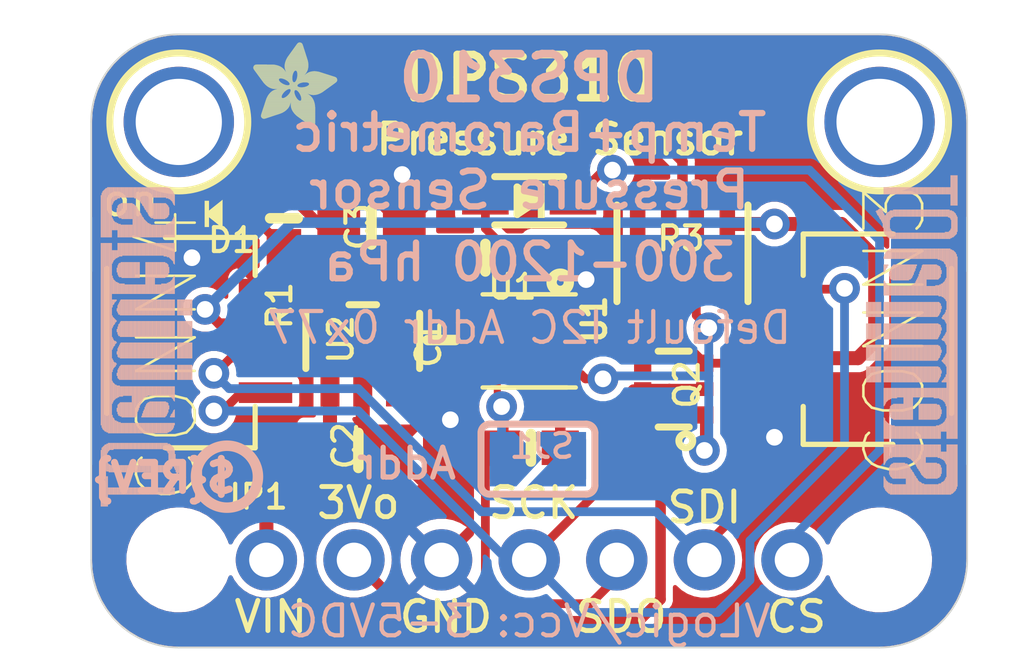
<source format=kicad_pcb>
(kicad_pcb (version 20221018) (generator pcbnew)
  (layers (0 "F.Cu" signal) (31 "B.Cu" signal) (34 "B.Paste" user) (35 "F.Paste" user) (36 "B.SilkS" user "B.Silkscreen") (37 "F.SilkS" user "F.Silkscreen") (38 "B.Mask" user) (39 "F.Mask" user) (44 "Edge.Cuts" user))
  (net 0 "")
  (net 1 "GND")
  (net 2 "3.3V")
  (net 3 "VCC")
  (net 4 "N$1")
  (net 5 "SDI_3V")
  (net 6 "SCK_3V")
  (net 7 "CS_3V")
  (net 8 "SDO/ADR")
  (net 9 "SDI/SDA")
  (net 10 "SCK/SCL")
  (net 11 "CS")
  (footprint "working:SOT363" (layer "F.Cu") (at 152.6921 106.4006 90)
    (fp_text reference "Q2" (at -0.635 0.381 90) (layer "F.SilkS") (effects (font (size 0.692831 0.692831) (thickness 0.119969)) (justify left)))
    (fp_text value "BSS138")
    (pad "1" smd rect (at -0.75 0.9 90) (size 0.5 0.5) (layers "F.Cu" "F.Paste" "F.Mask") (net 6 "SCK_3V"))
    (pad "2" smd rect (at 0 0.9 90) (size 0.4 0.5) (layers "F.Cu" "F.Paste" "F.Mask") (net 2 "3.3V"))
    (pad "3" smd rect (at 0.75 0.9 90) (size 0.5 0.5) (layers "F.Cu" "F.Paste" "F.Mask") (net 9 "SDI/SDA"))
    (pad "4" smd rect (at 0.75 -0.9 90) (size 0.5 0.5) (layers "F.Cu" "F.Paste" "F.Mask") (net 5 "SDI_3V"))
    (pad "5" smd rect (at 0 -0.9 90) (size 0.4 0.5) (layers "F.Cu" "F.Paste" "F.Mask") (net 2 "3.3V"))
    (pad "6" smd rect (at -0.75 -0.9 90) (size 0.5 0.5) (layers "F.Cu" "F.Paste" "F.Mask") (net 10 "SCK/SCL"))
  )
  (footprint "working:SOT23-5" (layer "F.Cu") (at 143.6751 105.0036)
    (fp_text reference "U2" (at -0.635 -0.816 90) (layer "F.SilkS") (effects (font (size 0.692831 0.692831) (thickness 0.119969)) (justify right)))
    (fp_text value "AP2112K-3.3")
    (pad "1" smd rect (at -0.95 1.3001) (size 0.55 1.2) (layers "F.Cu" "F.Paste" "F.Mask") (net 3 "VCC"))
    (pad "2" smd rect (at 0 1.3001) (size 0.55 1.2) (layers "F.Cu" "F.Paste" "F.Mask") (net 1 "GND"))
    (pad "3" smd rect (at 0.95 1.3001) (size 0.55 1.2) (layers "F.Cu" "F.Paste" "F.Mask") (net 3 "VCC"))
    (pad "4" smd rect (at 0.95 -1.3001) (size 0.55 1.2) (layers "F.Cu" "F.Paste" "F.Mask"))
    (pad "5" smd rect (at -0.95 -1.3001) (size 0.55 1.2) (layers "F.Cu" "F.Paste" "F.Mask") (net 2 "3.3V"))
  )
  (footprint "working:0603-NO" (layer "F.Cu") (at 141.3891 101.4476 -90)
    (fp_text reference "R1" (at 1.778 0.127 90) (layer "F.SilkS") (effects (font (size 0.692831 0.692831) (thickness 0.119969)) (justify right)))
    (fp_text value "10K")
    (pad "1" smd rect (at -0.85 0 270) (size 1.075 1) (layers "F.Cu" "F.Paste" "F.Mask") (net 2 "3.3V"))
    (pad "2" smd rect (at 0.85 0 270) (size 1.075 1) (layers "F.Cu" "F.Paste" "F.Mask") (net 4 "N$1"))
  )
  (footprint "" (layer "F.Cu") (at 158.6611 111.3536)
    (fp_text reference "@HOLE1" hide)
    (fp_text value "" (at 0 0) (layer "F.SilkS") (effects (font (size 1.27 1.27))))
    (pad "" np_thru_hole circle (at 0 0) (size 2.54 2.54) (drill 2.54) (layers "*.Cu" "*.Mask"))
  )
  (footprint "working:0805-NO" (layer "F.Cu") (at 143.5481 108.1786)
    (fp_text reference "C2" (at -0.381 -0.889 90) (layer "F.SilkS") (effects (font (size 0.692831 0.692831) (thickness 0.119969)) (justify right)))
    (fp_text value "10uF")
    (pad "1" smd rect (at -0.95 0) (size 1.24 1.5) (layers "F.Cu" "F.Paste" "F.Mask") (net 3 "VCC"))
    (pad "2" smd rect (at 0.95 0) (size 1.24 1.5) (layers "F.Cu" "F.Paste" "F.Mask") (net 1 "GND"))
  )
  (footprint "working:FIDUCIAL_1MM" (layer "F.Cu") (at 155.4861 97.5995)
    (fp_text reference "FID4" hide)
    (fp_text value "FIDUCIAL_1MM" hide)
    (pad "1" smd roundrect (at 0 0) (size 1 1) (layers "F.Cu" "F.Mask") (roundrect_rratio 0.5))
  )
  (footprint "working:JST_SH4" (layer "F.Cu") (at 138.3411 105.0036 -90)
    (fp_text reference "CONN4" (at -3.965 0.323 90) (layer "F.SilkS") (effects (font (size 1.703222 1.703222) (thickness 0.074778)) (justify right)))
    (fp_text value "STEMMA_I2C_QT" hide)
    (pad "1" smd rect (at -1.5 -2.514) (size 1.55 0.6) (layers "F.Cu" "F.Paste" "F.Mask") (net 1 "GND"))
    (pad "2" smd rect (at -0.5 -2.514) (size 1.55 0.6) (layers "F.Cu" "F.Paste" "F.Mask") (net 3 "VCC"))
    (pad "3" smd rect (at 0.5 -2.514) (size 1.55 0.6) (layers "F.Cu" "F.Paste" "F.Mask") (net 9 "SDI/SDA"))
    (pad "4" smd rect (at 1.5 -2.514) (size 1.55 0.6) (layers "F.Cu" "F.Paste" "F.Mask") (net 10 "SCK/SCL"))
    (pad "MT1" smd rect (at -2.8 1.386) (size 1.8 1.2) (layers "F.Cu" "F.Paste" "F.Mask"))
    (pad "MT2" smd rect (at 2.8 1.386) (size 1.8 1.2) (layers "F.Cu" "F.Paste" "F.Mask"))
  )
  (footprint "working:1X07_ROUND_70" (layer "F.Cu") (at 148.5011 111.3536)
    (fp_text reference "JP1" (at -8.9662 -1.8288) (layer "F.SilkS") (effects (font (size 0.692831 0.692831) (thickness 0.119969)) (justify left)))
    (fp_text value "")
    (pad "1" thru_hole circle (at -7.62 0 90) (size 1.778 1.778) (drill 1) (layers "*.Cu" "*.Mask") (net 3 "VCC"))
    (pad "2" thru_hole circle (at -5.08 0 90) (size 1.778 1.778) (drill 1) (layers "*.Cu" "*.Mask") (net 2 "3.3V"))
    (pad "3" thru_hole circle (at -2.54 0 90) (size 1.778 1.778) (drill 1) (layers "*.Cu" "*.Mask") (net 1 "GND"))
    (pad "4" thru_hole circle (at 0 0 90) (size 1.778 1.778) (drill 1) (layers "*.Cu" "*.Mask") (net 10 "SCK/SCL"))
    (pad "5" thru_hole circle (at 2.54 0 90) (size 1.778 1.778) (drill 1) (layers "*.Cu" "*.Mask") (net 8 "SDO/ADR"))
    (pad "6" thru_hole circle (at 5.08 0 90) (size 1.778 1.778) (drill 1) (layers "*.Cu" "*.Mask") (net 9 "SDI/SDA"))
    (pad "7" thru_hole circle (at 7.62 0 90) (size 1.778 1.778) (drill 1) (layers "*.Cu" "*.Mask") (net 11 "CS"))
  )
  (footprint "" (layer "F.Cu") (at 138.3411 111.3536)
    (fp_text reference "@HOLE0" hide)
    (fp_text value "" (at 0 0) (layer "F.SilkS") (effects (font (size 1.27 1.27))))
    (pad "" np_thru_hole circle (at 0 0) (size 2.54 2.54) (drill 2.54) (layers "*.Cu" "*.Mask"))
  )
  (footprint "working:BMX280_COMBO" (layer "F.Cu") (at 148.5011 105.0036)
    (fp_text reference "U1" (at -1.26 -1.568) (layer "F.SilkS") (effects (font (size 0.692831 0.692831) (thickness 0.119969)) (justify left)))
    (fp_text value "")
    (fp_text user "${REFERENCE}" (at 1.498 -1.39 90) (layer "F.SilkS") (effects (font (size 0.666496 0.666496) (thickness 0.146304)) (justify right top)))
    (pad "1" smd rect (at 0.925 -0.975) (size 0.725 0.35) (layers "F.Cu" "F.Paste" "F.Mask") (net 1 "GND"))
    (pad "2" smd rect (at 0.925 -0.325) (size 0.725 0.35) (layers "F.Cu" "F.Paste" "F.Mask") (net 7 "CS_3V"))
    (pad "3" smd rect (at 0.925 0.325) (size 0.725 0.35) (layers "F.Cu" "F.Paste" "F.Mask") (net 5 "SDI_3V"))
    (pad "4" smd rect (at 0.925 0.975) (size 0.725 0.35) (layers "F.Cu" "F.Paste" "F.Mask") (net 6 "SCK_3V"))
    (pad "5" smd rect (at -0.925 0.975) (size 0.725 0.35) (layers "F.Cu" "F.Paste" "F.Mask") (net 8 "SDO/ADR"))
    (pad "6" smd rect (at -0.925 0.325) (size 0.725 0.35) (layers "F.Cu" "F.Paste" "F.Mask") (net 2 "3.3V"))
    (pad "7" smd rect (at -0.925 -0.325) (size 0.725 0.35) (layers "F.Cu" "F.Paste" "F.Mask") (net 1 "GND"))
    (pad "8" smd rect (at -0.925 -0.975) (size 0.725 0.35) (layers "F.Cu" "F.Paste" "F.Mask") (net 2 "3.3V"))
  )
  (footprint "working:0603-NO" (layer "F.Cu") (at 145.9611 104.9782 -90)
    (fp_text reference "C1" (at -0.635 0.381 90) (layer "F.SilkS") (effects (font (size 0.692831 0.692831) (thickness 0.119969)) (justify right)))
    (fp_text value "0.1uF")
    (pad "1" smd rect (at -0.85 0 270) (size 1.075 1) (layers "F.Cu" "F.Paste" "F.Mask") (net 2 "3.3V"))
    (pad "2" smd rect (at 0.85 0 270) (size 1.075 1) (layers "F.Cu" "F.Paste" "F.Mask") (net 1 "GND"))
  )
  (footprint "working:0603-NO" (layer "F.Cu") (at 148.5519 108.1024)
    (fp_text reference "R4" hide)
    (fp_text value "10K")
    (pad "1" smd rect (at -0.85 0) (size 1.075 1) (layers "F.Cu" "F.Paste" "F.Mask") (net 8 "SDO/ADR"))
    (pad "2" smd rect (at 0.85 0) (size 1.075 1) (layers "F.Cu" "F.Paste" "F.Mask") (net 2 "3.3V"))
  )
  (footprint "working:JST_SH4" (layer "F.Cu") (at 158.6611 105.0036 90)
    (fp_text reference "CONN3" (at -4.092 0.45 90) (layer "F.SilkS") (effects (font (size 1.703222 1.703222) (thickness 0.074778)) (justify left)))
    (fp_text value "STEMMA_I2C_QT" hide)
    (pad "1" smd rect (at -1.5 -2.514 180) (size 1.55 0.6) (layers "F.Cu" "F.Paste" "F.Mask") (net 1 "GND"))
    (pad "2" smd rect (at -0.5 -2.514 180) (size 1.55 0.6) (layers "F.Cu" "F.Paste" "F.Mask") (net 3 "VCC"))
    (pad "3" smd rect (at 0.5 -2.514 180) (size 1.55 0.6) (layers "F.Cu" "F.Paste" "F.Mask") (net 9 "SDI/SDA"))
    (pad "4" smd rect (at 1.5 -2.514 180) (size 1.55 0.6) (layers "F.Cu" "F.Paste" "F.Mask") (net 10 "SCK/SCL"))
    (pad "MT1" smd rect (at -2.8 1.386 180) (size 1.8 1.2) (layers "F.Cu" "F.Paste" "F.Mask"))
    (pad "MT2" smd rect (at 2.8 1.386 180) (size 1.8 1.2) (layers "F.Cu" "F.Paste" "F.Mask"))
  )
  (footprint "working:CHIPLED_0603_NOOUTLINE" (layer "F.Cu") (at 139.3571 101.3206 90)
    (fp_text reference "D1" (at -0.762 1.27) (layer "F.SilkS") (effects (font (size 0.692831 0.692831) (thickness 0.119969)) (justify right)))
    (fp_text value "GREEN")
    (pad "A" smd rect (at 0 0.75 90) (size 0.8 0.8) (layers "F.Cu" "F.Paste" "F.Mask") (net 4 "N$1"))
    (pad "C" smd rect (at 0 -0.75 90) (size 0.8 0.8) (layers "F.Cu" "F.Paste" "F.Mask") (net 1 "GND"))
  )
  (footprint "working:FIDUCIAL_1MM" (layer "F.Cu") (at 136.8171 109.5121)
    (fp_text reference "FID3" hide)
    (fp_text value "FIDUCIAL_1MM" hide)
    (pad "1" smd roundrect (at 0 0) (size 1 1) (layers "F.Cu" "F.Mask") (roundrect_rratio 0.5))
  )
  (footprint "working:0805-NO" (layer "F.Cu") (at 143.9291 101.7016)
    (fp_text reference "C3" (at -0.381 -0.762 90) (layer "F.SilkS") (effects (font (size 0.692831 0.692831) (thickness 0.119969)) (justify right)))
    (fp_text value "10uF")
    (pad "1" smd rect (at -0.95 0) (size 1.24 1.5) (layers "F.Cu" "F.Paste" "F.Mask") (net 2 "3.3V"))
    (pad "2" smd rect (at 0.95 0) (size 1.24 1.5) (layers "F.Cu" "F.Paste" "F.Mask") (net 1 "GND"))
  )
  (footprint "working:SOD-323" (layer "F.Cu") (at 148.5011 100.9396 180)
    (fp_text reference "D2" hide)
    (fp_text value "1N4148")
    (pad "A" smd rect (at 1.27 0 180) (size 1.35 0.8) (layers "F.Cu" "F.Paste" "F.Mask") (net 7 "CS_3V"))
    (pad "C" smd rect (at -1.27 0 180) (size 1.35 0.8) (layers "F.Cu" "F.Paste" "F.Mask") (net 11 "CS"))
  )
  (footprint "working:MOUNTINGHOLE_2.5_PLATED" (layer "F.Cu") (at 138.3411 98.6536)
    (fp_text reference "U$1" hide)
    (fp_text value "MOUNTINGHOLE2.5" hide)
    (pad "P$1" thru_hole circle (at 0 0) (size 3.2 3.2) (drill 2.5) (layers "*.Cu" "*.Mask"))
    (zone (net 0) (net_name "") (layer "F.Cu") (connect_pads (clearance 0)) (min_thickness 0.25)
      (keepout (tracks not_allowed) (vias not_allowed) (pads not_allowed) (copperpour not_allowed) (footprints allowed))
      (fill (thermal_gap 0.5) (thermal_bridge_width 0.5))
      (polygon (pts (xy 140.3571 98.6536) (xy 140.33748 98.373027) (xy 140.279004 98.097915) (xy 140.182808 97.833619) (xy 140.050765 97.585283) (xy 139.885446 97.35774) (xy 139.690067 97.15542) (xy 139.468433 96.98226) (xy 139.224856 96.841631) (xy 138.964078 96.73627) (xy 138.691175 96.668228) (xy 138.411457 96.638828) (xy 138.130371 96.648644) (xy 137.853385 96.697484) (xy 137.585893 96.784397) (xy 137.3331 96.907693) (xy 137.099926 97.06497) (xy 136.890911 97.253169) (xy 136.710122 97.468625) (xy 136.561078 97.707145) (xy 136.44668 97.964087) (xy 136.369154 98.23445) (xy 136.330011 98.512971) (xy 136.330011 98.794229) (xy 136.369154 99.07275) (xy 136.44668 99.343113) (xy 136.561078 99.600055) (xy 136.710122 99.838575) (xy 136.890911 100.054031) (xy 137.099926 100.24223) (xy 137.3331 100.399507) (xy 137.585893 100.522803) (xy 137.853385 100.609716) (xy 138.130371 100.658556) (xy 138.411457 100.668372) (xy 138.691175 100.638972) (xy 138.964078 100.57093) (xy 139.224856 100.465569) (xy 139.468433 100.32494) (xy 139.690067 100.15178) (xy 139.885446 99.94946) (xy 140.050765 99.721917) (xy 140.182808 99.473581) (xy 140.279004 99.209285) (xy 140.33748 98.934173)))
      (polygon (pts (xy 138.3251 98.6536) (xy 138.329786 98.664914) (xy 138.3411 98.6696) (xy 138.352414 98.664914) (xy 138.3571 98.6536) (xy 138.352414 98.642286) (xy 138.3411 98.6376) (xy 138.329786 98.642286)))
    )
    (zone (net 0) (net_name "") (layer "B.Cu") (connect_pads (clearance 0)) (min_thickness 0.25)
      (keepout (tracks not_allowed) (vias not_allowed) (pads not_allowed) (copperpour not_allowed) (footprints allowed))
      (fill (thermal_gap 0.5) (thermal_bridge_width 0.5))
      (polygon (pts (xy 140.3571 98.6536) (xy 140.33748 98.373027) (xy 140.279004 98.097915) (xy 140.182808 97.833619) (xy 140.050765 97.585283) (xy 139.885446 97.35774) (xy 139.690067 97.15542) (xy 139.468433 96.98226) (xy 139.224856 96.841631) (xy 138.964078 96.73627) (xy 138.691175 96.668228) (xy 138.411457 96.638828) (xy 138.130371 96.648644) (xy 137.853385 96.697484) (xy 137.585893 96.784397) (xy 137.3331 96.907693) (xy 137.099926 97.06497) (xy 136.890911 97.253169) (xy 136.710122 97.468625) (xy 136.561078 97.707145) (xy 136.44668 97.964087) (xy 136.369154 98.23445) (xy 136.330011 98.512971) (xy 136.330011 98.794229) (xy 136.369154 99.07275) (xy 136.44668 99.343113) (xy 136.561078 99.600055) (xy 136.710122 99.838575) (xy 136.890911 100.054031) (xy 137.099926 100.24223) (xy 137.3331 100.399507) (xy 137.585893 100.522803) (xy 137.853385 100.609716) (xy 138.130371 100.658556) (xy 138.411457 100.668372) (xy 138.691175 100.638972) (xy 138.964078 100.57093) (xy 139.224856 100.465569) (xy 139.468433 100.32494) (xy 139.690067 100.15178) (xy 139.885446 99.94946) (xy 140.050765 99.721917) (xy 140.182808 99.473581) (xy 140.279004 99.209285) (xy 140.33748 98.934173)))
      (polygon (pts (xy 138.3251 98.6536) (xy 138.329786 98.664914) (xy 138.3411 98.6696) (xy 138.352414 98.664914) (xy 138.3571 98.6536) (xy 138.352414 98.642286) (xy 138.3411 98.6376) (xy 138.329786 98.642286)))
    )
  )
  (footprint "working:0603-NO" (layer "F.Cu") (at 147.2311 102.5906 180)
    (fp_text reference "R5" hide)
    (fp_text value "10K")
    (pad "1" smd rect (at -0.85 0 180) (size 1.075 1) (layers "F.Cu" "F.Paste" "F.Mask") (net 7 "CS_3V"))
    (pad "2" smd rect (at 0.85 0 180) (size 1.075 1) (layers "F.Cu" "F.Paste" "F.Mask") (net 2 "3.3V"))
  )
  (footprint "working:MOUNTINGHOLE_2.5_PLATED" (layer "F.Cu") (at 158.6611 98.6536)
    (fp_text reference "U$17" hide)
    (fp_text value "MOUNTINGHOLE2.5" hide)
    (pad "P$1" thru_hole circle (at 0 0) (size 3.2 3.2) (drill 2.5) (layers "*.Cu" "*.Mask"))
    (zone (net 0) (net_name "") (layer "F.Cu") (connect_pads (clearance 0)) (min_thickness 0.25)
      (keepout (tracks not_allowed) (vias not_allowed) (pads not_allowed) (copperpour not_allowed) (footprints allowed))
      (fill (thermal_gap 0.5) (thermal_bridge_width 0.5))
      (polygon (pts (xy 160.6771 98.6536) (xy 160.65748 98.373027) (xy 160.599004 98.097915) (xy 160.502808 97.833619) (xy 160.370765 97.585283) (xy 160.205446 97.35774) (xy 160.010067 97.15542) (xy 159.788433 96.98226) (xy 159.544856 96.841631) (xy 159.284078 96.73627) (xy 159.011175 96.668228) (xy 158.731457 96.638828) (xy 158.450371 96.648644) (xy 158.173385 96.697484) (xy 157.905893 96.784397) (xy 157.6531 96.907693) (xy 157.419926 97.06497) (xy 157.210911 97.253169) (xy 157.030122 97.468625) (xy 156.881078 97.707145) (xy 156.76668 97.964087) (xy 156.689154 98.23445) (xy 156.650011 98.512971) (xy 156.650011 98.794229) (xy 156.689154 99.07275) (xy 156.76668 99.343113) (xy 156.881078 99.600055) (xy 157.030122 99.838575) (xy 157.210911 100.054031) (xy 157.419926 100.24223) (xy 157.6531 100.399507) (xy 157.905893 100.522803) (xy 158.173385 100.609716) (xy 158.450371 100.658556) (xy 158.731457 100.668372) (xy 159.011175 100.638972) (xy 159.284078 100.57093) (xy 159.544856 100.465569) (xy 159.788433 100.32494) (xy 160.010067 100.15178) (xy 160.205446 99.94946) (xy 160.370765 99.721917) (xy 160.502808 99.473581) (xy 160.599004 99.209285) (xy 160.65748 98.934173)))
      (polygon (pts (xy 158.6451 98.6536) (xy 158.649786 98.664914) (xy 158.6611 98.6696) (xy 158.672414 98.664914) (xy 158.6771 98.6536) (xy 158.672414 98.642286) (xy 158.6611 98.6376) (xy 158.649786 98.642286)))
    )
    (zone (net 0) (net_name "") (layer "B.Cu") (connect_pads (clearance 0)) (min_thickness 0.25)
      (keepout (tracks not_allowed) (vias not_allowed) (pads not_allowed) (copperpour not_allowed) (footprints allowed))
      (fill (thermal_gap 0.5) (thermal_bridge_width 0.5))
      (polygon (pts (xy 160.6771 98.6536) (xy 160.65748 98.373027) (xy 160.599004 98.097915) (xy 160.502808 97.833619) (xy 160.370765 97.585283) (xy 160.205446 97.35774) (xy 160.010067 97.15542) (xy 159.788433 96.98226) (xy 159.544856 96.841631) (xy 159.284078 96.73627) (xy 159.011175 96.668228) (xy 158.731457 96.638828) (xy 158.450371 96.648644) (xy 158.173385 96.697484) (xy 157.905893 96.784397) (xy 157.6531 96.907693) (xy 157.419926 97.06497) (xy 157.210911 97.253169) (xy 157.030122 97.468625) (xy 156.881078 97.707145) (xy 156.76668 97.964087) (xy 156.689154 98.23445) (xy 156.650011 98.512971) (xy 156.650011 98.794229) (xy 156.689154 99.07275) (xy 156.76668 99.343113) (xy 156.881078 99.600055) (xy 157.030122 99.838575) (xy 157.210911 100.054031) (xy 157.419926 100.24223) (xy 157.6531 100.399507) (xy 157.905893 100.522803) (xy 158.173385 100.609716) (xy 158.450371 100.658556) (xy 158.731457 100.668372) (xy 159.011175 100.638972) (xy 159.284078 100.57093) (xy 159.544856 100.465569) (xy 159.788433 100.32494) (xy 160.010067 100.15178) (xy 160.205446 99.94946) (xy 160.370765 99.721917) (xy 160.502808 99.473581) (xy 160.599004 99.209285) (xy 160.65748 98.934173)))
      (polygon (pts (xy 158.6451 98.6536) (xy 158.649786 98.664914) (xy 158.6611 98.6696) (xy 158.672414 98.664914) (xy 158.6771 98.6536) (xy 158.672414 98.642286) (xy 158.6611 98.6376) (xy 158.649786 98.642286)))
    )
  )
  (footprint "working:ADAFRUIT_2.5MM" (layer "F.Cu") (at 140.5001 98.7806)
    (fp_text reference "U$4" hide)
    (fp_text value "" hide)
  )
  (footprint "working:RESPACK_4X0603" (layer "F.Cu") (at 152.9461 102.4636 180)
    (fp_text reference "R3" (at -0.711 0.432) (layer "F.SilkS") (effects (font (size 0.692831 0.692831) (thickness 0.119969)) (justify right)))
    (fp_text value "10K")
    (pad "1" smd rect (at -1.3 0.85 180) (size 0.45 0.9) (layers "F.Cu" "F.Paste" "F.Mask") (net 3 "VCC"))
    (pad "2" smd rect (at -0.4 0.85 180) (size 0.45 0.9) (layers "F.Cu" "F.Paste" "F.Mask") (net 2 "3.3V"))
    (pad "3" smd rect (at 0.4 0.85 180) (size 0.45 0.9) (layers "F.Cu" "F.Paste" "F.Mask") (net 3 "VCC"))
    (pad "4" smd rect (at 1.3 0.85 180) (size 0.45 0.9) (layers "F.Cu" "F.Paste" "F.Mask") (net 2 "3.3V"))
    (pad "5" smd rect (at 1.3 -0.85 180) (size 0.45 0.9) (layers "F.Cu" "F.Paste" "F.Mask") (net 5 "SDI_3V"))
    (pad "6" smd rect (at 0.4 -0.85 180) (size 0.45 0.9) (layers "F.Cu" "F.Paste" "F.Mask") (net 9 "SDI/SDA"))
    (pad "7" smd rect (at -0.4 -0.85 180) (size 0.45 0.9) (layers "F.Cu" "F.Paste" "F.Mask") (net 6 "SCK_3V"))
    (pad "8" smd rect (at -1.3 -0.85 180) (size 0.45 0.9) (layers "F.Cu" "F.Paste" "F.Mask") (net 10 "SCK/SCL"))
  )
  (footprint "working:SOLDERJUMPER_ARROW_NOPASTE" (layer "B.Cu") (at 148.7551 108.4326)
    (fp_text reference "SJ1" (at -0.889 -0.381) (layer "B.SilkS") (effects (font (size 0.692831 0.692831) (thickness 0.119969)) (justify right mirror)))
    (fp_text value "")
    (fp_poly (pts (xy 0.106121 -0.002663) (xy -0.679416 -0.7882) (xy -1.3946 -0.7882) (xy -1.3946 0.7882) (xy -0.62715 0.7882)) (fill solid) (layer "B.Cu"))
    (fp_poly (pts (xy 1.3946 -0.7882) (xy -0.315893 -0.7882) (xy 0.443148 0) (xy -0.315893 0.7882) (xy 1.3946 0.7882)) (fill solid) (layer "B.Cu"))
    (pad "1" smd roundrect (at -1.016 0) (size 0.762 1.524) (layers "B.Cu") (net 8 "SDO/ADR"))
    (pad "2" smd roundrect (at 1.016 0) (size 0.762 1.524) (layers "B.Cu") (net 1 "GND"))
  )
  (footprint "working:STEMMAQT" (layer "B.Cu") (at 138.7221 100.5586 -90)
    (fp_text reference "U$31" hide)
    (fp_text value "" hide)
  )
  (footprint "working:STEMMAQT" (layer "B.Cu") (at 158.2801 109.4486 90)
    (fp_text reference "U$30" hide)
    (fp_text value "" hide)
  )
  (footprint "working:PCBFEAT-REV-040" (layer "B.Cu") (at 139.7381 108.9406 180)
    (fp_text reference "U$25" hide)
    (fp_text value "" hide)
    (fp_text user "${REV}" (at -0.3556 -0.508) (layer "B.SilkS") (effects (font (size 0.8128 0.8128) (thickness 0.2032)) (justify left bottom mirror)))
  )
  (gr_arc (start 135.8011 98.6536) (mid 136.545049 96.857549) (end 138.3411 96.1136) (stroke (width 0.05)) (layer "Edge.Cuts"))
  (gr_arc (start 138.3411 113.8936) (mid 136.545049 113.149651) (end 135.8011 111.3536) (stroke (width 0.05)) (layer "Edge.Cuts"))
  (gr_line (start 158.6611 96.1136) (end 138.3411 96.1136) (stroke (width 0.05)) (layer "Edge.Cuts"))
  (gr_arc (start 158.6611 96.1136) (mid 160.457151 96.857549) (end 161.2011 98.6536) (stroke (width 0.05)) (layer "Edge.Cuts"))
  (gr_line (start 138.3411 113.8936) (end 158.6611 113.8936) (stroke (width 0.05)) (layer "Edge.Cuts"))
  (gr_line (start 161.2011 111.3536) (end 161.2011 98.6536) (stroke (width 0.05)) (layer "Edge.Cuts"))
  (gr_line (start 135.8011 98.6536) (end 135.8011 111.3536) (stroke (width 0.05)) (layer "Edge.Cuts"))
  (gr_arc (start 161.2011 111.3536) (mid 160.457151 113.149651) (end 158.6611 113.8936) (stroke (width 0.05)) (layer "Edge.Cuts"))
  (gr_text "VLogic/Vcc: 3-5VDC" (at 148.5011 113.1316) (layer "B.SilkS") (effects (font (size 0.89408 0.89408) (thickness 0.12192)) (justify mirror)))
  (gr_text "Addr" (at 144.9451 108.5596) (layer "B.SilkS") (effects (font (size 0.8636 0.8636) (thickness 0.1524)) (justify mirror)))
  (gr_text "Temp+Barometric\nPressure Sensor" (at 148.5011 99.7966) (layer "B.SilkS") (effects (font (size 1.03632 1.03632) (thickness 0.18288)) (justify mirror)))
  (gr_text "Default I2C Addr 0x77" (at 148.5011 104.6226) (layer "B.SilkS") (effects (font (size 0.89408 0.89408) (thickness 0.12192)) (justify mirror)))
  (gr_text "300-1200 hPa" (at 148.5011 102.7176) (layer "B.SilkS") (effects (font (size 1.03632 1.03632) (thickness 0.18288)) (justify mirror)))
  (gr_text "DPS310" (at 148.5011 97.3836) (layer "B.SilkS") (effects (font (size 1.2954 1.2954) (thickness 0.2286)) (justify mirror)))
  (gr_text "DPS310" (at 148.5011 97.3836) (layer "F.SilkS") (effects (font (size 1.25222 1.25222) (thickness 0.22098))))
  (gr_text "VIN" (at 141.0081 113.0046) (layer "F.SilkS") (effects (font (size 0.87376 0.87376) (thickness 0.14224))))
  (gr_text "3Vo" (at 143.5481 109.7026) (layer "F.SilkS") (effects (font (size 0.87376 0.87376) (thickness 0.14224))))
  (gr_text "Pressure Sensor" (at 149.3901 99.1616) (layer "F.SilkS") (effects (font (size 0.8636 0.8636) (thickness 0.1524))))
  (gr_text "SDI" (at 153.5811 109.8296) (layer "F.SilkS") (effects (font (size 0.87376 0.87376) (thickness 0.14224))))
  (gr_text "CS" (at 156.2481 113.0046) (layer "F.SilkS") (effects (font (size 0.87376 0.87376) (thickness 0.14224))))
  (gr_text "on" (at 136.0551 101.4476) (layer "F.SilkS") (effects (font (size 0.89408 0.89408) (thickness 0.12192)) (justify left bottom)))
  (gr_text "SDO" (at 151.1681 113.0046) (layer "F.SilkS") (effects (font (size 0.87376 0.87376) (thickness 0.14224))))
  (gr_text "SCK" (at 148.6281 109.7026) (layer "F.SilkS") (effects (font (size 0.87376 0.87376) (thickness 0.14224))))
  (gr_text "GND" (at 146.0881 113.0046) (layer "F.SilkS") (effects (font (size 0.87376 0.87376) (thickness 0.14224))))
  (segment (start 143.6751 106.3037) (end 143.6751 107.3556) (width 0.4064) (layer "F.Cu") (net 1))
  (segment (start 143.6751 107.3556) (end 144.4981 108.1786) (width 0.4064) (layer "F.Cu") (net 1))
  (via (at 146.2151 107.2896) (size 0.889) (drill 0.4826) (layers "F.Cu" "B.Cu") (net 1))
  (via (at 150.1521 103.2256) (size 0.889) (drill 0.4826) (layers "F.Cu" "B.Cu") (net 1))
  (via (at 144.8181 100.1776) (size 0.889) (drill 0.4826) (layers "F.Cu" "B.Cu") (net 1))
  (via (at 155.6131 107.7976) (size 0.889) (drill 0.4826) (layers "F.Cu" "B.Cu") (net 1))
  (via (at 138.7221 102.5906) (size 0.889) (drill 0.4826) (layers "F.Cu" "B.Cu") (net 1))
  (segment (start 146.3811 102.9326) (end 146.3811 102.5906) (width 0.4064) (layer "F.Cu") (net 2))
  (segment (start 142.7251 101.9556) (end 142.9791 101.7016) (width 0.4064) (layer "F.Cu") (net 2))
  (segment (start 151.7921 106.4006) (end 151.7747 106.418) (width 0.3048) (layer "F.Cu") (net 2))
  (segment (start 145.7071 104.1282) (end 145.9611 104.1282) (width 0.3048) (layer "F.Cu") (net 2))
  (segment (start 142.7251 103.7035) (end 143.6807 104.6591) (width 0.3048) (layer "F.Cu") (net 2))
  (segment (start 151.7921 106.4006) (end 152.5651 106.4006) (width 0.3048) (layer "F.Cu") (net 2))
  (segment (start 148.5011 105.6386) (end 148.5011 106.3126) (width 0.3048) (layer "F.Cu") (net 2))
  (segment (start 147.5761 104.0286) (end 146.0607 104.0286) (width 0.3048) (layer "F.Cu") (net 2))
  (segment (start 149.4019 107.2134) (end 148.5011 106.3126) (width 0.3048) (layer "F.Cu") (net 2))
  (segment (start 143.6807 104.6591) (end 145.1762 104.6591) (width 0.3048) (layer "F.Cu") (net 2))
  (segment (start 149.4019 108.1024) (end 149.4019 107.2134) (width 0.3048) (layer "F.Cu") (net 2))
  (segment (start 153.3461 101.0856) (end 152.9461 100.6856) (width 0.3048) (layer "F.Cu") (net 2))
  (segment (start 146.7231 105.0036) (end 146.7231 104.3686) (width 0.3048) (layer "F.Cu") (net 2))
  (segment (start 143.4211 111.3536) (end 145.1991 113.1316) (width 0.3048) (layer "F.Cu") (net 2))
  (segment (start 141.3891 100.5976) (end 142.4931 101.7016) (width 0.3048) (layer "F.Cu") (net 2))
  (segment (start 142.9131 98.3996) (end 151.5491 98.3996) (width 0.3048) (layer "F.Cu") (net 2))
  (segment (start 151.6761 113.1316) (end 152.3111 112.4966) (width 0.3048) (layer "F.Cu") (net 2))
  (segment (start 153.3461 101.6136) (end 153.3461 101.0856) (width 0.3048) (layer "F.Cu") (net 2))
  (segment (start 151.5491 98.3996) (end 152.9461 99.7966) (width 0.3048) (layer "F.Cu") (net 2))
  (segment (start 151.9301 100.6856) (end 151.6461 100.9696) (width 0.3048) (layer "F.Cu") (net 2))
  (segment (start 152.9461 100.6856) (end 151.9301 100.6856) (width 0.3048) (layer "F.Cu") (net 2))
  (segment (start 147.0481 105.3286) (end 147.5761 105.3286) (width 0.3048) (layer "F.Cu") (net 2))
  (segment (start 152.3111 109.0676) (end 152.5651 108.8136) (width 0.3048) (layer "F.Cu") (net 2))
  (segment (start 141.3891 99.9236) (end 142.9131 98.3996) (width 0.3048) (layer "F.Cu") (net 2))
  (segment (start 145.9611 104.1282) (end 145.9611 103.3526) (width 0.4064) (layer "F.Cu") (net 2))
  (segment (start 151.521806 106.418) (end 150.777206 107.1626) (width 0.3048) (layer "F.Cu") (net 2))
  (segment (start 152.3111 112.4966) (end 152.3111 109.0676) (width 0.3048) (layer "F.Cu") (net 2))
  (segment (start 142.4931 101.7016) (end 142.9791 101.7016) (width 0.3048) (layer "F.Cu") (net 2))
  (segment (start 151.6461 100.9696) (end 151.6461 101.6136) (width 0.3048) (layer "F.Cu") (net 2))
  (segment (start 146.0607 104.0286) (end 145.9611 104.1282) (width 0.3048) (layer "F.Cu") (net 2))
  (segment (start 152.5651 108.8136) (end 152.5651 106.4006) (width 0.3048) (layer "F.Cu") (net 2))
  (segment (start 146.7231 105.0036) (end 147.0481 105.3286) (width 0.3048) (layer "F.Cu") (net 2))
  (segment (start 152.5651 106.4006) (end 153.5921 106.4006) (width 0.3048) (layer "F.Cu") (net 2))
  (segment (start 141.3891 100.5976) (end 141.3891 99.9236) (width 0.3048) (layer "F.Cu") (net 2))
  (segment (start 148.1911 105.3286) (end 147.5761 105.3286) (width 0.3048) (layer "F.Cu") (net 2))
  (segment (start 145.9611 103.3526) (end 146.3811 102.9326) (width 0.4064) (layer "F.Cu") (net 2))
  (segment (start 152.9461 99.7966) (end 152.9461 100.6856) (width 0.3048) (layer "F.Cu") (net 2))
  (segment (start 148.5011 105.6386) (end 148.1911 105.3286) (width 0.3048) (layer "F.Cu") (net 2))
  (segment (start 151.7747 106.418) (end 151.521806 106.418) (width 0.3048) (layer "F.Cu") (net 2))
  (segment (start 145.7071 104.1282) (end 145.1762 104.6591) (width 0.3048) (layer "F.Cu") (net 2))
  (segment (start 146.4827 104.1282) (end 145.9611 104.1282) (width 0.3048) (layer "F.Cu") (net 2))
  (segment (start 146.7231 104.3686) (end 146.4827 104.1282) (width 0.3048) (layer "F.Cu") (net 2))
  (segment (start 149.4019 107.2134) (end 149.4527 107.1626) (width 0.3048) (layer "F.Cu") (net 2))
  (segment (start 145.1991 113.1316) (end 151.6761 113.1316) (width 0.3048) (layer "F.Cu") (net 2))
  (segment (start 142.7251 103.7035) (end 142.7251 101.9556) (width 0.4064) (layer "F.Cu") (net 2))
  (segment (start 149.4527 107.1626) (end 150.777206 107.1626) (width 0.3048) (layer "F.Cu") (net 2))
  (segment (start 140.8551 104.5036) (end 139.5175 104.5036) (width 0.3048) (layer "F.Cu") (net 3))
  (segment (start 142.7861 105.2576) (end 142.7251 105.3186) (width 0.4064) (layer "F.Cu") (net 3))
  (segment (start 144.6251 106.3037) (end 144.6251 105.4456) (width 0.4064) (layer "F.Cu") (net 3))
  (segment (start 154.2461 102.1796) (end 154.2461 101.6136) (width 0.3048) (layer "F.Cu") (net 3))
  (segment (start 144.4371 105.2576) (end 142.7861 105.2576) (width 0.4064) (layer "F.Cu") (net 3))
  (segment (start 140.8811 111.3536) (end 140.8811 109.8956) (width 0.4064) (layer "F.Cu") (net 3))
  (segment (start 142.7251 105.3186) (end 142.7251 106.3037) (width 0.4064) (layer "F.Cu") (net 3))
  (segment (start 158.5341 105.0036) (end 158.0341 105.5036) (width 0.4064) (layer "F.Cu") (net 3))
  (segment (start 157.5571 101.6136) (end 158.5341 102.5906) (width 0.4064) (layer "F.Cu") (net 3))
  (segment (start 140.8551 104.5036) (end 141.9101 104.5036) (width 0.4064) (layer "F.Cu") (net 3))
  (segment (start 153.9621 102.4636) (end 154.2461 102.1796) (width 0.3048) (layer "F.Cu") (net 3))
  (segment (start 139.5175 104.5036) (end 139.1031 104.0892) (width 0.3048) (layer "F.Cu") (net 3))
  (segment (start 158.0341 105.5036) (end 156.1471 105.5036) (width 0.4064) (layer "F.Cu") (net 3))
  (segment (start 142.7251 106.3037) (end 142.7251 108.0516) (width 0.4064) (layer "F.Cu") (net 3))
  (segment (start 141.9101 104.5036) (end 142.7251 105.3186) (width 0.4064) (layer "F.Cu") (net 3))
  (segment (start 140.8811 109.8956) (end 142.5981 108.1786) (width 0.4064) (layer "F.Cu") (net 3))
  (segment (start 142.7251 108.0516) (end 142.5981 108.1786) (width 0.4064) (layer "F.Cu") (net 3))
  (segment (start 154.2461 101.6136) (end 155.6131 101.6136) (width 0.4064) (layer "F.Cu") (net 3))
  (segment (start 152.5461 102.1906) (end 152.8191 102.4636) (width 0.3048) (layer "F.Cu") (net 3))
  (segment (start 144.6251 105.4456) (end 144.4371 105.2576) (width 0.4064) (layer "F.Cu") (net 3))
  (segment (start 158.5341 102.5906) (end 158.5341 105.0036) (width 0.4064) (layer "F.Cu") (net 3))
  (segment (start 152.8191 102.4636) (end 153.9621 102.4636) (width 0.3048) (layer "F.Cu") (net 3))
  (segment (start 152.5461 101.6136) (end 152.5461 102.1906) (width 0.3048) (layer "F.Cu") (net 3))
  (segment (start 155.6131 101.6136) (end 157.5571 101.6136) (width 0.4064) (layer "F.Cu") (net 3))
  (via (at 139.1031 104.0892) (size 0.889) (drill 0.4826) (layers "F.Cu" "B.Cu") (net 3))
  (via (at 155.6131 101.6136) (size 0.889) (drill 0.4826) (layers "F.Cu" "B.Cu") (net 3))
  (segment (start 139.1031 104.0892) (end 141.6177 101.5746) (width 0.3048) (layer "B.Cu") (net 3))
  (segment (start 141.6177 101.5746) (end 155.6131 101.5746) (width 0.3048) (layer "B.Cu") (net 3))
  (segment (start 155.6131 101.5746) (end 155.6131 101.6136) (width 0.3048) (layer "B.Cu") (net 3))
  (segment (start 140.4121 101.3206) (end 141.3891 102.2976) (width 0.254) (layer "F.Cu") (net 4))
  (segment (start 140.1071 101.3206) (end 140.4121 101.3206) (width 0.254) (layer "F.Cu") (net 4))
  (segment (start 151.4701 105.3286) (end 151.7921 105.6506) (width 0.254) (layer "F.Cu") (net 5))
  (segment (start 149.4261 105.3286) (end 151.2951 105.3286) (width 0.254) (layer "F.Cu") (net 5))
  (segment (start 151.2951 105.3286) (end 151.4701 105.3286) (width 0.254) (layer "F.Cu") (net 5))
  (segment (start 151.6461 104.9776) (end 151.2951 105.3286) (width 0.254) (layer "F.Cu") (net 5))
  (segment (start 151.6461 103.3136) (end 151.6461 104.9776) (width 0.254) (layer "F.Cu") (net 5))
  (segment (start 153.5811 108.1786) (end 153.5811 107.1616) (width 0.254) (layer "F.Cu") (net 6))
  (segment (start 150.0077 105.9786) (end 150.1324 106.1033) (width 0.254) (layer "F.Cu") (net 6))
  (segment (start 153.3461 103.3136) (end 153.3461 104.2606) (width 0.254) (layer "F.Cu") (net 6))
  (segment (start 153.5811 107.1616) (end 153.5921 107.1506) (width 0.254) (layer "F.Cu") (net 6))
  (segment (start 149.4261 105.9786) (end 150.0077 105.9786) (width 0.254) (layer "F.Cu") (net 6))
  (segment (start 150.1324 106.1033) (end 150.6404 106.1033) (width 0.254) (layer "F.Cu") (net 6))
  (segment (start 153.3461 104.2606) (end 153.7081 104.6226) (width 0.254) (layer "F.Cu") (net 6))
  (via (at 150.6404 106.1033) (size 0.889) (drill 0.4826) (layers "F.Cu" "B.Cu") (net 6))
  (via (at 153.5811 108.1786) (size 0.889) (drill 0.4826) (layers "F.Cu" "B.Cu") (net 6))
  (via (at 153.7081 104.6226) (size 0.889) (drill 0.4826) (layers "F.Cu" "B.Cu") (net 6))
  (segment (start 150.6404 106.1033) (end 150.7241 106.0196) (width 0.254) (layer "B.Cu") (net 6))
  (segment (start 150.7241 106.0196) (end 153.7081 106.0196) (width 0.254) (layer "B.Cu") (net 6))
  (segment (start 153.7081 104.6226) (end 153.7081 106.0196) (width 0.254) (layer "B.Cu") (net 6))
  (segment (start 153.7081 108.0516) (end 153.5811 108.1786) (width 0.254) (layer "B.Cu") (net 6))
  (segment (start 153.7081 106.0196) (end 153.7081 108.0516) (width 0.254) (layer "B.Cu") (net 6))
  (segment (start 148.5891 102.0826) (end 148.0811 102.5906) (width 0.254) (layer "F.Cu") (net 7))
  (segment (start 150.7311 104.6786) (end 149.4261 104.6786) (width 0.254) (layer "F.Cu") (net 7))
  (segment (start 151.0411 104.3686) (end 150.7311 104.6786) (width 0.254) (layer "F.Cu") (net 7))
  (segment (start 148.0811 102.5906) (end 147.2311 101.7406) (width 0.254) (layer "F.Cu") (net 7))
  (segment (start 151.0411 102.8836) (end 150.2401 102.0826) (width 0.254) (layer "F.Cu") (net 7))
  (segment (start 151.0411 104.3686) (end 151.0411 102.8836) (width 0.254) (layer "F.Cu") (net 7))
  (segment (start 150.2401 102.0826) (end 148.5891 102.0826) (width 0.254) (layer "F.Cu") (net 7))
  (segment (start 147.2311 100.9396) (end 147.2311 101.7406) (width 0.254) (layer "F.Cu") (net 7))
  (segment (start 147.7761 106.9086) (end 147.7761 108.0282) (width 0.254) (layer "F.Cu") (net 8))
  (segment (start 147.5761 105.9786) (end 147.5761 106.7086) (width 0.2032) (layer "F.Cu") (net 8))
  (segment (start 147.5761 106.7086) (end 147.7761 106.9086) (width 0.2032) (layer "F.Cu") (net 8))
  (segment (start 147.2311 112.1156) (end 147.7391 112.6236) (width 0.254) (layer "F.Cu") (net 8))
  (segment (start 147.2311 108.5732) (end 147.2311 112.1156) (width 0.254) (layer "F.Cu") (net 8))
  (segment (start 151.0411 111.8616) (end 151.0411 111.3536) (width 0.254) (layer "F.Cu") (net 8))
  (segment (start 147.7019 108.1024) (end 147.2311 108.5732) (width 0.254) (layer "F.Cu") (net 8))
  (segment (start 147.7391 112.6236) (end 150.2791 112.6236) (width 0.254) (layer "F.Cu") (net 8))
  (segment (start 147.701 106.9086) (end 147.7011 106.9085) (width 0.254) (layer "F.Cu") (net 8))
  (segment (start 147.7761 106.9086) (end 147.701 106.9086) (width 0.254) (layer "F.Cu") (net 8))
  (segment (start 147.7761 108.0282) (end 147.7019 108.1024) (width 0.254) (layer "F.Cu") (net 8))
  (segment (start 150.2791 112.6236) (end 151.0411 111.8616) (width 0.254) (layer "F.Cu") (net 8))
  (via (at 147.701 106.9086) (size 0.889) (drill 0.4826) (layers "F.Cu" "B.Cu") (net 8))
  (segment (start 147.701 106.9086) (end 147.701 108.3945) (width 0.254) (layer "B.Cu") (net 8))
  (segment (start 147.701 108.3945) (end 147.7391 108.4326) (width 0.254) (layer "B.Cu") (net 8))
  (segment (start 154.4701 110.0836) (end 154.4701 105.6626) (width 0.254) (layer "F.Cu") (net 9))
  (segment (start 154.4701 105.6626) (end 154.4581 105.6506) (width 0.254) (layer "F.Cu") (net 9))
  (segment (start 155.6051 104.5036) (end 154.4581 105.6506) (width 0.254) (layer "F.Cu") (net 9))
  (segment (start 139.8391 105.5036) (end 139.3993 105.9434) (width 0.254) (layer "F.Cu") (net 9))
  (segment (start 154.4581 105.6506) (end 153.5921 105.6506) (width 0.254) (layer "F.Cu") (net 9))
  (segment (start 140.8551 105.5036) (end 139.8391 105.5036) (width 0.254) (layer "F.Cu") (net 9))
  (segment (start 153.5811 111.3536) (end 153.5811 110.9726) (width 0.254) (layer "F.Cu") (net 9))
  (segment (start 152.5461 103.3136) (end 152.5461 104.6046) (width 0.254) (layer "F.Cu") (net 9))
  (segment (start 153.5811 110.9726) (end 154.4701 110.0836) (width 0.254) (layer "F.Cu") (net 9))
  (segment (start 139.3993 105.9434) (end 139.3571 105.9434) (width 0.254) (layer "F.Cu") (net 9))
  (segment (start 152.5461 104.6046) (end 153.5921 105.6506) (width 0.254) (layer "F.Cu") (net 9))
  (segment (start 156.1471 104.5036) (end 155.6051 104.5036) (width 0.254) (layer "F.Cu") (net 9))
  (via (at 139.3571 105.9434) (size 0.889) (drill 0.4826) (layers "F.Cu" "B.Cu") (net 9))
  (segment (start 152.1841 109.9566) (end 153.5811 111.3536) (width 0.254) (layer "B.Cu") (net 9))
  (segment (start 139.3571 105.9434) (end 139.8016 106.3879) (width 0.254) (layer "B.Cu") (net 9))
  (segment (start 143.546981 106.3879) (end 139.8016 106.3879) (width 0.254) (layer "B.Cu") (net 9))
  (segment (start 147.115681 109.9566) (end 152.1841 109.9566) (width 0.254) (layer "B.Cu") (net 9))
  (segment (start 143.546981 106.3879) (end 147.115681 109.9566) (width 0.254) (layer "B.Cu") (net 9))
  (segment (start 156.1471 103.5036) (end 157.6211 103.5036) (width 0.254) (layer "F.Cu") (net 10))
  (segment (start 156.1471 103.5036) (end 154.4361 103.5036) (width 0.254) (layer "F.Cu") (net 10))
  (segment (start 140.8551 106.5036) (end 140.1431 106.5036) (width 0.254) (layer "F.Cu") (net 10))
  (segment (start 154.4361 103.5036) (end 154.2461 103.3136) (width 0.254) (layer "F.Cu") (net 10))
  (segment (start 139.6111 107.0356) (end 139.3571 107.0356) (width 0.254) (layer "F.Cu") (net 10))
  (segment (start 151.7921 108.0626) (end 148.5011 111.3536) (width 0.254) (layer "F.Cu") (net 10))
  (segment (start 140.1431 106.5036) (end 139.6111 107.0356) (width 0.254) (layer "F.Cu") (net 10))
  (segment (start 151.7921 107.1506) (end 151.7921 108.0626) (width 0.254) (layer "F.Cu") (net 10))
  (segment (start 157.6211 103.5036) (end 157.6451 103.4796) (width 0.254) (layer "F.Cu") (net 10))
  (via (at 139.3571 107.0356) (size 0.889) (drill 0.4826) (layers "F.Cu" "B.Cu") (net 10))
  (via (at 157.6451 103.4796) (size 0.889) (drill 0.4826) (layers "F.Cu" "B.Cu") (net 10))
  (segment (start 147.8661 111.3536) (end 143.5481 107.0356) (width 0.254) (layer "B.Cu") (net 10))
  (segment (start 154.9019 110.7948) (end 157.6451 108.0516) (width 0.254) (layer "B.Cu") (net 10))
  (segment (start 150.0251 112.8776) (end 153.9621 112.8776) (width 0.254) (layer "B.Cu") (net 10))
  (segment (start 148.5011 111.3536) (end 150.0251 112.8776) (width 0.254) (layer "B.Cu") (net 10))
  (segment (start 157.6451 103.4796) (end 157.6451 108.0516) (width 0.254) (layer "B.Cu") (net 10))
  (segment (start 153.9621 112.8776) (end 154.9019 111.9378) (width 0.254) (layer "B.Cu") (net 10))
  (segment (start 154.9019 111.9378) (end 154.9019 110.7948) (width 0.254) (layer "B.Cu") (net 10))
  (segment (start 147.8661 111.3536) (end 148.5011 111.3536) (width 0.254) (layer "B.Cu") (net 10))
  (segment (start 139.3571 107.0356) (end 143.5481 107.0356) (width 0.254) (layer "B.Cu") (net 10))
  (segment (start 150.6601 100.0506) (end 150.9141 100.0506) (width 0.254) (layer "F.Cu") (net 11))
  (segment (start 149.7711 100.9396) (end 150.6601 100.0506) (width 0.254) (layer "F.Cu") (net 11))
  (via (at 150.9141 100.0506) (size 0.889) (drill 0.4826) (layers "F.Cu" "B.Cu") (net 11))
  (segment (start 156.6291 100.0506) (end 158.6611 102.0826) (width 0.254) (layer "B.Cu") (net 11))
  (segment (start 150.9141 100.0506) (end 156.6291 100.0506) (width 0.254) (layer "B.Cu") (net 11))
  (segment (start 158.6611 102.0826) (end 158.6611 108.1786) (width 0.254) (layer "B.Cu") (net 11))
  (segment (start 156.1211 110.7186) (end 156.1211 111.3536) (width 0.254) (layer "B.Cu") (net 11))
  (segment (start 158.6611 108.1786) (end 156.1211 110.7186) (width 0.254) (layer "B.Cu") (net 11))
  (zone (net 1) (net_name "GND") (layer "F.Cu") (priority 6) (connect_pads (clearance 0.000001)) (min_thickness 0.127) (fill yes (thermal_gap 0.304) (thermal_bridge_width 0.304))
    (polygon (pts (xy 161.3281 114.0206) (xy 135.6741 114.0206) (xy 135.6741 95.9866) (xy 161.3281 95.9866)))
  )
  (zone (net 1) (net_name "GND") (layer "B.Cu") (priority 6) (connect_pads (clearance 0.000001)) (min_thickness 0.127) (fill yes (thermal_gap 0.304) (thermal_bridge_width 0.304))
    (polygon (pts (xy 161.3281 114.0206) (xy 135.6741 114.0206) (xy 135.6741 95.9866) (xy 161.3281 95.9866)))
  )
)
</source>
